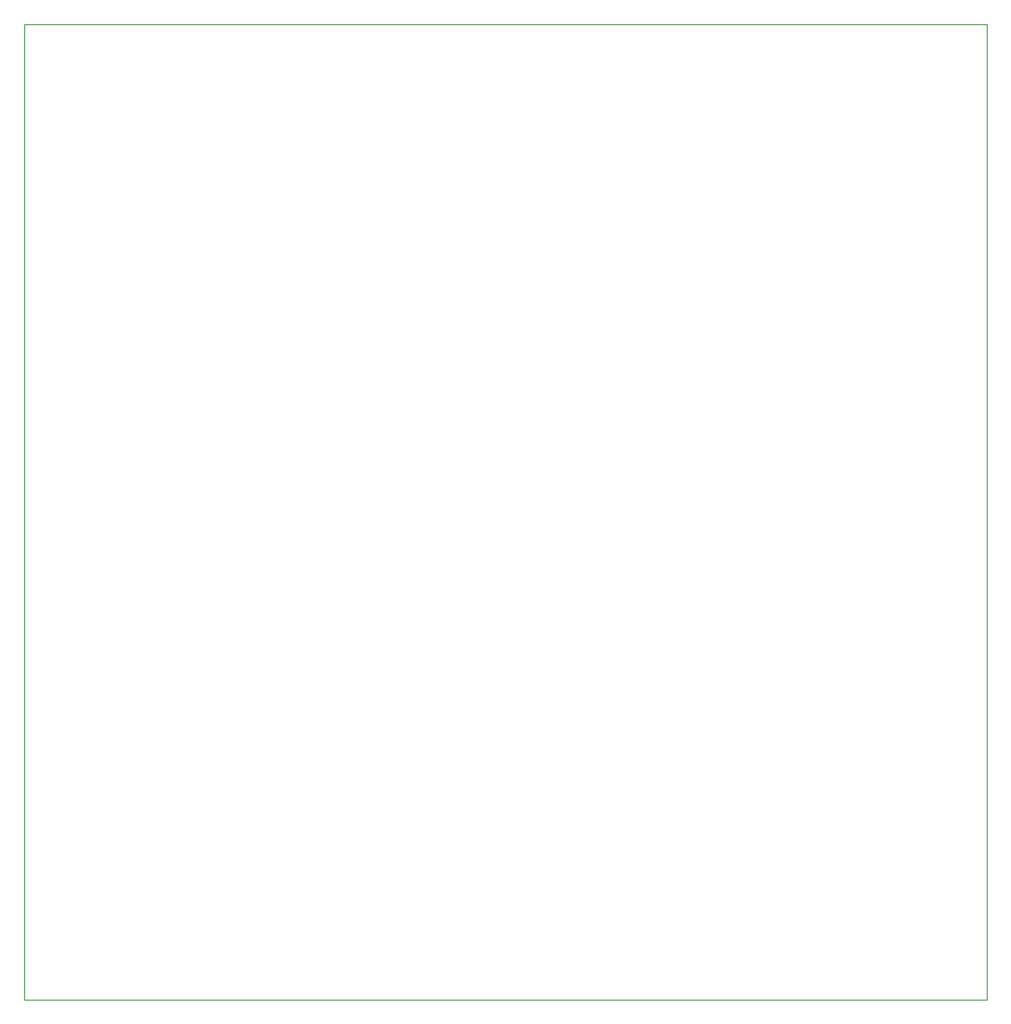
<source format=gbr>
%TF.GenerationSoftware,KiCad,Pcbnew,8.0.7-8.0.7-0~ubuntu22.04.1*%
%TF.CreationDate,2024-12-29T11:33:44+01:00*%
%TF.ProjectId,monitor_consumo,6d6f6e69-746f-4725-9f63-6f6e73756d6f,rev?*%
%TF.SameCoordinates,Original*%
%TF.FileFunction,Profile,NP*%
%FSLAX46Y46*%
G04 Gerber Fmt 4.6, Leading zero omitted, Abs format (unit mm)*
G04 Created by KiCad (PCBNEW 8.0.7-8.0.7-0~ubuntu22.04.1) date 2024-12-29 11:33:44*
%MOMM*%
%LPD*%
G01*
G04 APERTURE LIST*
%TA.AperFunction,Profile*%
%ADD10C,0.050000*%
%TD*%
G04 APERTURE END LIST*
D10*
X103800000Y-45050000D02*
X197800000Y-45050000D01*
X197800000Y-140200000D01*
X103800000Y-140200000D01*
X103800000Y-45050000D01*
M02*

</source>
